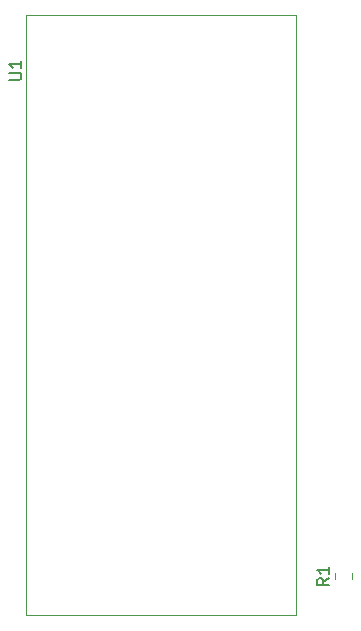
<source format=gto>
G04 #@! TF.GenerationSoftware,KiCad,Pcbnew,(5.1.0)-1*
G04 #@! TF.CreationDate,2019-11-28T11:04:33+01:00*
G04 #@! TF.ProjectId,main_PCB_3,6d61696e-5f50-4434-925f-332e6b696361,rev?*
G04 #@! TF.SameCoordinates,Original*
G04 #@! TF.FileFunction,Legend,Top*
G04 #@! TF.FilePolarity,Positive*
%FSLAX46Y46*%
G04 Gerber Fmt 4.6, Leading zero omitted, Abs format (unit mm)*
G04 Created by KiCad (PCBNEW (5.1.0)-1) date 2019-11-28 11:04:33*
%MOMM*%
%LPD*%
G04 APERTURE LIST*
%ADD10C,0.120000*%
%ADD11C,0.150000*%
G04 APERTURE END LIST*
D10*
X167190000Y-96116078D02*
X167190000Y-95598922D01*
X165770000Y-96116078D02*
X165770000Y-95598922D01*
X139650000Y-99160000D02*
X162510000Y-99160000D01*
X162510000Y-99160000D02*
X162510000Y-48360000D01*
X139650000Y-48360000D02*
X162510000Y-48360000D01*
X139650000Y-99160000D02*
X139650000Y-48360000D01*
D11*
X165282380Y-96024166D02*
X164806190Y-96357500D01*
X165282380Y-96595595D02*
X164282380Y-96595595D01*
X164282380Y-96214642D01*
X164330000Y-96119404D01*
X164377619Y-96071785D01*
X164472857Y-96024166D01*
X164615714Y-96024166D01*
X164710952Y-96071785D01*
X164758571Y-96119404D01*
X164806190Y-96214642D01*
X164806190Y-96595595D01*
X165282380Y-95071785D02*
X165282380Y-95643214D01*
X165282380Y-95357500D02*
X164282380Y-95357500D01*
X164425238Y-95452738D01*
X164520476Y-95547976D01*
X164568095Y-95643214D01*
X138222380Y-53811904D02*
X139031904Y-53811904D01*
X139127142Y-53764285D01*
X139174761Y-53716666D01*
X139222380Y-53621428D01*
X139222380Y-53430952D01*
X139174761Y-53335714D01*
X139127142Y-53288095D01*
X139031904Y-53240476D01*
X138222380Y-53240476D01*
X139222380Y-52240476D02*
X139222380Y-52811904D01*
X139222380Y-52526190D02*
X138222380Y-52526190D01*
X138365238Y-52621428D01*
X138460476Y-52716666D01*
X138508095Y-52811904D01*
M02*

</source>
